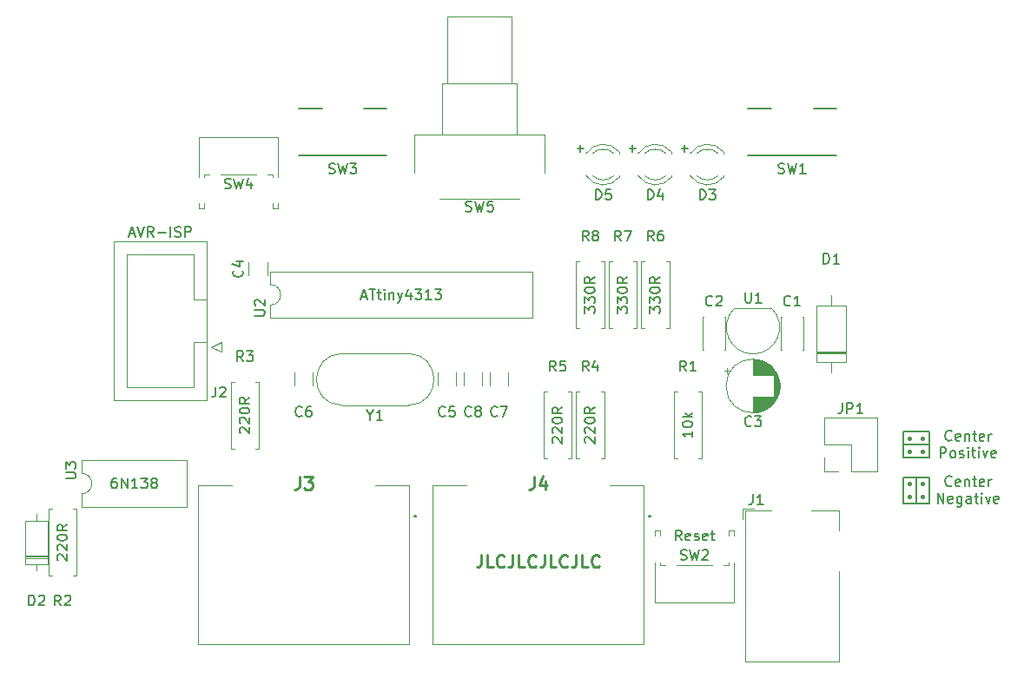
<source format=gbr>
%TF.GenerationSoftware,KiCad,Pcbnew,(5.1.9)-1*%
%TF.CreationDate,2021-04-04T20:09:26-07:00*%
%TF.ProjectId,miditwiddle,6d696469-7477-4696-9464-6c652e6b6963,rev?*%
%TF.SameCoordinates,PX9157080PY60e4b00*%
%TF.FileFunction,Legend,Top*%
%TF.FilePolarity,Positive*%
%FSLAX46Y46*%
G04 Gerber Fmt 4.6, Leading zero omitted, Abs format (unit mm)*
G04 Created by KiCad (PCBNEW (5.1.9)-1) date 2021-04-04 20:09:26*
%MOMM*%
%LPD*%
G01*
G04 APERTURE LIST*
%ADD10C,0.250000*%
%ADD11C,0.150000*%
%ADD12C,0.381000*%
%ADD13C,0.200000*%
%ADD14C,0.100000*%
%ADD15C,0.120000*%
%ADD16C,0.254000*%
G04 APERTURE END LIST*
D10*
X-3637858Y-17757857D02*
X-3637858Y-18615000D01*
X-3695000Y-18786428D01*
X-3809286Y-18900714D01*
X-3980715Y-18957857D01*
X-4095000Y-18957857D01*
X-2495000Y-18957857D02*
X-3066429Y-18957857D01*
X-3066429Y-17757857D01*
X-1409286Y-18843571D02*
X-1466429Y-18900714D01*
X-1637858Y-18957857D01*
X-1752143Y-18957857D01*
X-1923572Y-18900714D01*
X-2037858Y-18786428D01*
X-2095000Y-18672142D01*
X-2152143Y-18443571D01*
X-2152143Y-18272142D01*
X-2095000Y-18043571D01*
X-2037858Y-17929285D01*
X-1923572Y-17815000D01*
X-1752143Y-17757857D01*
X-1637858Y-17757857D01*
X-1466429Y-17815000D01*
X-1409286Y-17872142D01*
X-552143Y-17757857D02*
X-552143Y-18615000D01*
X-609286Y-18786428D01*
X-723572Y-18900714D01*
X-895000Y-18957857D01*
X-1009286Y-18957857D01*
X590714Y-18957857D02*
X19285Y-18957857D01*
X19285Y-17757857D01*
X1676428Y-18843571D02*
X1619285Y-18900714D01*
X1447857Y-18957857D01*
X1333571Y-18957857D01*
X1162142Y-18900714D01*
X1047857Y-18786428D01*
X990714Y-18672142D01*
X933571Y-18443571D01*
X933571Y-18272142D01*
X990714Y-18043571D01*
X1047857Y-17929285D01*
X1162142Y-17815000D01*
X1333571Y-17757857D01*
X1447857Y-17757857D01*
X1619285Y-17815000D01*
X1676428Y-17872142D01*
X2533571Y-17757857D02*
X2533571Y-18615000D01*
X2476428Y-18786428D01*
X2362142Y-18900714D01*
X2190714Y-18957857D01*
X2076428Y-18957857D01*
X3676428Y-18957857D02*
X3105000Y-18957857D01*
X3105000Y-17757857D01*
X4762142Y-18843571D02*
X4705000Y-18900714D01*
X4533571Y-18957857D01*
X4419285Y-18957857D01*
X4247857Y-18900714D01*
X4133571Y-18786428D01*
X4076428Y-18672142D01*
X4019285Y-18443571D01*
X4019285Y-18272142D01*
X4076428Y-18043571D01*
X4133571Y-17929285D01*
X4247857Y-17815000D01*
X4419285Y-17757857D01*
X4533571Y-17757857D01*
X4705000Y-17815000D01*
X4762142Y-17872142D01*
X5619285Y-17757857D02*
X5619285Y-18615000D01*
X5562142Y-18786428D01*
X5447857Y-18900714D01*
X5276428Y-18957857D01*
X5162142Y-18957857D01*
X6762142Y-18957857D02*
X6190714Y-18957857D01*
X6190714Y-17757857D01*
X7847857Y-18843571D02*
X7790714Y-18900714D01*
X7619285Y-18957857D01*
X7505000Y-18957857D01*
X7333571Y-18900714D01*
X7219285Y-18786428D01*
X7162142Y-18672142D01*
X7105000Y-18443571D01*
X7105000Y-18272142D01*
X7162142Y-18043571D01*
X7219285Y-17929285D01*
X7333571Y-17815000D01*
X7505000Y-17757857D01*
X7619285Y-17757857D01*
X7790714Y-17815000D01*
X7847857Y-17872142D01*
D11*
X16192500Y22225000D02*
X16192500Y21590000D01*
X16510000Y21907500D02*
X15875000Y21907500D01*
X11112500Y22225000D02*
X11112500Y21590000D01*
X11430000Y21907500D02*
X10795000Y21907500D01*
X6032500Y21590000D02*
X6032500Y22225000D01*
X5715000Y21907500D02*
X6350000Y21907500D01*
D12*
X38100000Y-10795000D02*
X38102540Y-10795000D01*
X38100000Y-12065000D02*
X38102540Y-12065000D01*
X39367460Y-12065000D02*
X39370000Y-12065000D01*
X39367460Y-10795000D02*
X39370000Y-10795000D01*
X38100000Y-7620000D02*
X38102540Y-7620000D01*
X39367460Y-7620000D02*
X39370000Y-7620000D01*
X39367460Y-6350000D02*
X39370000Y-6350000D01*
X38100000Y-6350000D02*
X38102540Y-6350000D01*
D11*
X42219761Y-10962142D02*
X42172142Y-11009761D01*
X42029285Y-11057380D01*
X41934047Y-11057380D01*
X41791190Y-11009761D01*
X41695952Y-10914523D01*
X41648333Y-10819285D01*
X41600714Y-10628809D01*
X41600714Y-10485952D01*
X41648333Y-10295476D01*
X41695952Y-10200238D01*
X41791190Y-10105000D01*
X41934047Y-10057380D01*
X42029285Y-10057380D01*
X42172142Y-10105000D01*
X42219761Y-10152619D01*
X43029285Y-11009761D02*
X42934047Y-11057380D01*
X42743571Y-11057380D01*
X42648333Y-11009761D01*
X42600714Y-10914523D01*
X42600714Y-10533571D01*
X42648333Y-10438333D01*
X42743571Y-10390714D01*
X42934047Y-10390714D01*
X43029285Y-10438333D01*
X43076904Y-10533571D01*
X43076904Y-10628809D01*
X42600714Y-10724047D01*
X43505476Y-10390714D02*
X43505476Y-11057380D01*
X43505476Y-10485952D02*
X43553095Y-10438333D01*
X43648333Y-10390714D01*
X43791190Y-10390714D01*
X43886428Y-10438333D01*
X43934047Y-10533571D01*
X43934047Y-11057380D01*
X44267380Y-10390714D02*
X44648333Y-10390714D01*
X44410238Y-10057380D02*
X44410238Y-10914523D01*
X44457857Y-11009761D01*
X44553095Y-11057380D01*
X44648333Y-11057380D01*
X45362619Y-11009761D02*
X45267380Y-11057380D01*
X45076904Y-11057380D01*
X44981666Y-11009761D01*
X44934047Y-10914523D01*
X44934047Y-10533571D01*
X44981666Y-10438333D01*
X45076904Y-10390714D01*
X45267380Y-10390714D01*
X45362619Y-10438333D01*
X45410238Y-10533571D01*
X45410238Y-10628809D01*
X44934047Y-10724047D01*
X45838809Y-11057380D02*
X45838809Y-10390714D01*
X45838809Y-10581190D02*
X45886428Y-10485952D01*
X45934047Y-10438333D01*
X46029285Y-10390714D01*
X46124523Y-10390714D01*
X40862619Y-12707380D02*
X40862619Y-11707380D01*
X41434047Y-12707380D01*
X41434047Y-11707380D01*
X42291190Y-12659761D02*
X42195952Y-12707380D01*
X42005476Y-12707380D01*
X41910238Y-12659761D01*
X41862619Y-12564523D01*
X41862619Y-12183571D01*
X41910238Y-12088333D01*
X42005476Y-12040714D01*
X42195952Y-12040714D01*
X42291190Y-12088333D01*
X42338809Y-12183571D01*
X42338809Y-12278809D01*
X41862619Y-12374047D01*
X43195952Y-12040714D02*
X43195952Y-12850238D01*
X43148333Y-12945476D01*
X43100714Y-12993095D01*
X43005476Y-13040714D01*
X42862619Y-13040714D01*
X42767380Y-12993095D01*
X43195952Y-12659761D02*
X43100714Y-12707380D01*
X42910238Y-12707380D01*
X42815000Y-12659761D01*
X42767380Y-12612142D01*
X42719761Y-12516904D01*
X42719761Y-12231190D01*
X42767380Y-12135952D01*
X42815000Y-12088333D01*
X42910238Y-12040714D01*
X43100714Y-12040714D01*
X43195952Y-12088333D01*
X44100714Y-12707380D02*
X44100714Y-12183571D01*
X44053095Y-12088333D01*
X43957857Y-12040714D01*
X43767380Y-12040714D01*
X43672142Y-12088333D01*
X44100714Y-12659761D02*
X44005476Y-12707380D01*
X43767380Y-12707380D01*
X43672142Y-12659761D01*
X43624523Y-12564523D01*
X43624523Y-12469285D01*
X43672142Y-12374047D01*
X43767380Y-12326428D01*
X44005476Y-12326428D01*
X44100714Y-12278809D01*
X44434047Y-12040714D02*
X44815000Y-12040714D01*
X44576904Y-11707380D02*
X44576904Y-12564523D01*
X44624523Y-12659761D01*
X44719761Y-12707380D01*
X44815000Y-12707380D01*
X45148333Y-12707380D02*
X45148333Y-12040714D01*
X45148333Y-11707380D02*
X45100714Y-11755000D01*
X45148333Y-11802619D01*
X45195952Y-11755000D01*
X45148333Y-11707380D01*
X45148333Y-11802619D01*
X45529285Y-12040714D02*
X45767380Y-12707380D01*
X46005476Y-12040714D01*
X46767380Y-12659761D02*
X46672142Y-12707380D01*
X46481666Y-12707380D01*
X46386428Y-12659761D01*
X46338809Y-12564523D01*
X46338809Y-12183571D01*
X46386428Y-12088333D01*
X46481666Y-12040714D01*
X46672142Y-12040714D01*
X46767380Y-12088333D01*
X46815000Y-12183571D01*
X46815000Y-12278809D01*
X46338809Y-12374047D01*
X38735000Y-10160000D02*
X38735000Y-12700000D01*
X37465000Y-12700000D02*
X37465000Y-10160000D01*
X40005000Y-12700000D02*
X37465000Y-12700000D01*
X40005000Y-10160000D02*
X40005000Y-12700000D01*
X37465000Y-10160000D02*
X40005000Y-10160000D01*
X42219761Y-6517142D02*
X42172142Y-6564761D01*
X42029285Y-6612380D01*
X41934047Y-6612380D01*
X41791190Y-6564761D01*
X41695952Y-6469523D01*
X41648333Y-6374285D01*
X41600714Y-6183809D01*
X41600714Y-6040952D01*
X41648333Y-5850476D01*
X41695952Y-5755238D01*
X41791190Y-5660000D01*
X41934047Y-5612380D01*
X42029285Y-5612380D01*
X42172142Y-5660000D01*
X42219761Y-5707619D01*
X43029285Y-6564761D02*
X42934047Y-6612380D01*
X42743571Y-6612380D01*
X42648333Y-6564761D01*
X42600714Y-6469523D01*
X42600714Y-6088571D01*
X42648333Y-5993333D01*
X42743571Y-5945714D01*
X42934047Y-5945714D01*
X43029285Y-5993333D01*
X43076904Y-6088571D01*
X43076904Y-6183809D01*
X42600714Y-6279047D01*
X43505476Y-5945714D02*
X43505476Y-6612380D01*
X43505476Y-6040952D02*
X43553095Y-5993333D01*
X43648333Y-5945714D01*
X43791190Y-5945714D01*
X43886428Y-5993333D01*
X43934047Y-6088571D01*
X43934047Y-6612380D01*
X44267380Y-5945714D02*
X44648333Y-5945714D01*
X44410238Y-5612380D02*
X44410238Y-6469523D01*
X44457857Y-6564761D01*
X44553095Y-6612380D01*
X44648333Y-6612380D01*
X45362619Y-6564761D02*
X45267380Y-6612380D01*
X45076904Y-6612380D01*
X44981666Y-6564761D01*
X44934047Y-6469523D01*
X44934047Y-6088571D01*
X44981666Y-5993333D01*
X45076904Y-5945714D01*
X45267380Y-5945714D01*
X45362619Y-5993333D01*
X45410238Y-6088571D01*
X45410238Y-6183809D01*
X44934047Y-6279047D01*
X45838809Y-6612380D02*
X45838809Y-5945714D01*
X45838809Y-6136190D02*
X45886428Y-6040952D01*
X45934047Y-5993333D01*
X46029285Y-5945714D01*
X46124523Y-5945714D01*
X41124523Y-8262380D02*
X41124523Y-7262380D01*
X41505476Y-7262380D01*
X41600714Y-7310000D01*
X41648333Y-7357619D01*
X41695952Y-7452857D01*
X41695952Y-7595714D01*
X41648333Y-7690952D01*
X41600714Y-7738571D01*
X41505476Y-7786190D01*
X41124523Y-7786190D01*
X42267380Y-8262380D02*
X42172142Y-8214761D01*
X42124523Y-8167142D01*
X42076904Y-8071904D01*
X42076904Y-7786190D01*
X42124523Y-7690952D01*
X42172142Y-7643333D01*
X42267380Y-7595714D01*
X42410238Y-7595714D01*
X42505476Y-7643333D01*
X42553095Y-7690952D01*
X42600714Y-7786190D01*
X42600714Y-8071904D01*
X42553095Y-8167142D01*
X42505476Y-8214761D01*
X42410238Y-8262380D01*
X42267380Y-8262380D01*
X42981666Y-8214761D02*
X43076904Y-8262380D01*
X43267380Y-8262380D01*
X43362619Y-8214761D01*
X43410238Y-8119523D01*
X43410238Y-8071904D01*
X43362619Y-7976666D01*
X43267380Y-7929047D01*
X43124523Y-7929047D01*
X43029285Y-7881428D01*
X42981666Y-7786190D01*
X42981666Y-7738571D01*
X43029285Y-7643333D01*
X43124523Y-7595714D01*
X43267380Y-7595714D01*
X43362619Y-7643333D01*
X43838809Y-8262380D02*
X43838809Y-7595714D01*
X43838809Y-7262380D02*
X43791190Y-7310000D01*
X43838809Y-7357619D01*
X43886428Y-7310000D01*
X43838809Y-7262380D01*
X43838809Y-7357619D01*
X44172142Y-7595714D02*
X44553095Y-7595714D01*
X44315000Y-7262380D02*
X44315000Y-8119523D01*
X44362619Y-8214761D01*
X44457857Y-8262380D01*
X44553095Y-8262380D01*
X44886428Y-8262380D02*
X44886428Y-7595714D01*
X44886428Y-7262380D02*
X44838809Y-7310000D01*
X44886428Y-7357619D01*
X44934047Y-7310000D01*
X44886428Y-7262380D01*
X44886428Y-7357619D01*
X45267380Y-7595714D02*
X45505476Y-8262380D01*
X45743571Y-7595714D01*
X46505476Y-8214761D02*
X46410238Y-8262380D01*
X46219761Y-8262380D01*
X46124523Y-8214761D01*
X46076904Y-8119523D01*
X46076904Y-7738571D01*
X46124523Y-7643333D01*
X46219761Y-7595714D01*
X46410238Y-7595714D01*
X46505476Y-7643333D01*
X46553095Y-7738571D01*
X46553095Y-7833809D01*
X46076904Y-7929047D01*
X37465000Y-6985000D02*
X40005000Y-6985000D01*
X37465000Y-8255000D02*
X37465000Y-5715000D01*
X40005000Y-8255000D02*
X37465000Y-8255000D01*
X40005000Y-5715000D02*
X40005000Y-8255000D01*
X37465000Y-5715000D02*
X40005000Y-5715000D01*
D13*
%TO.C,J4*%
X12705000Y-13970000D02*
G75*
G02*
X12905000Y-13970000I100000J0D01*
G01*
X12905000Y-13970000D02*
G75*
G02*
X12705000Y-13970000I-100000J0D01*
G01*
D14*
X-5095000Y-10970000D02*
X-8345000Y-10970000D01*
X-8345000Y-10970000D02*
X-8345000Y-26470000D01*
X-8345000Y-26470000D02*
X12155000Y-26470000D01*
X12155000Y-26470000D02*
X12155000Y-10970000D01*
X12155000Y-10970000D02*
X8905000Y-10970000D01*
D13*
X12705000Y-13970000D02*
X12705000Y-13970000D01*
X12905000Y-13970000D02*
X12905000Y-13970000D01*
%TO.C,J3*%
X-10155000Y-13970000D02*
G75*
G02*
X-9955000Y-13970000I100000J0D01*
G01*
X-9955000Y-13970000D02*
G75*
G02*
X-10155000Y-13970000I-100000J0D01*
G01*
D14*
X-27955000Y-10970000D02*
X-31205000Y-10970000D01*
X-31205000Y-10970000D02*
X-31205000Y-26470000D01*
X-31205000Y-26470000D02*
X-10705000Y-26470000D01*
X-10705000Y-26470000D02*
X-10705000Y-10970000D01*
X-10705000Y-10970000D02*
X-13955000Y-10970000D01*
D13*
X-10155000Y-13970000D02*
X-10155000Y-13970000D01*
X-9955000Y-13970000D02*
X-9955000Y-13970000D01*
D15*
%TO.C,SW5*%
X-10180000Y19537500D02*
X-10180000Y23257500D01*
X2560000Y19537500D02*
X2560000Y23257500D01*
X-7710000Y17017500D02*
X90000Y17017500D01*
X-10180000Y23257500D02*
X2560000Y23257500D01*
X-7430000Y23257500D02*
X-7430000Y28257500D01*
X-190000Y23257500D02*
X-190000Y28257500D01*
X-7330000Y23257500D02*
X-290000Y23257500D01*
X-7430000Y28257500D02*
X-190000Y28257500D01*
X-6930000Y28257500D02*
X-6930000Y34757500D01*
X-690000Y28257500D02*
X-690000Y34757500D01*
X-6930000Y28257500D02*
X-690000Y28257500D01*
X-6930000Y34757500D02*
X-690000Y34757500D01*
%TO.C,C8*%
X-3525000Y14000D02*
X-3525000Y-1244000D01*
X-5365000Y14000D02*
X-5365000Y-1244000D01*
%TO.C,C7*%
X-985000Y14000D02*
X-985000Y-1244000D01*
X-2825000Y14000D02*
X-2825000Y-1244000D01*
%TO.C,C3*%
X25470000Y-1270000D02*
G75*
G03*
X25470000Y-1270000I-2620000J0D01*
G01*
X22850000Y-2310000D02*
X22850000Y-3850000D01*
X22850000Y1310000D02*
X22850000Y-230000D01*
X22890000Y-2310000D02*
X22890000Y-3850000D01*
X22890000Y1310000D02*
X22890000Y-230000D01*
X22930000Y1309000D02*
X22930000Y-230000D01*
X22930000Y-2310000D02*
X22930000Y-3849000D01*
X22970000Y1308000D02*
X22970000Y-230000D01*
X22970000Y-2310000D02*
X22970000Y-3848000D01*
X23010000Y1306000D02*
X23010000Y-230000D01*
X23010000Y-2310000D02*
X23010000Y-3846000D01*
X23050000Y1303000D02*
X23050000Y-230000D01*
X23050000Y-2310000D02*
X23050000Y-3843000D01*
X23090000Y1299000D02*
X23090000Y-230000D01*
X23090000Y-2310000D02*
X23090000Y-3839000D01*
X23130000Y1295000D02*
X23130000Y-230000D01*
X23130000Y-2310000D02*
X23130000Y-3835000D01*
X23170000Y1291000D02*
X23170000Y-230000D01*
X23170000Y-2310000D02*
X23170000Y-3831000D01*
X23210000Y1286000D02*
X23210000Y-230000D01*
X23210000Y-2310000D02*
X23210000Y-3826000D01*
X23250000Y1280000D02*
X23250000Y-230000D01*
X23250000Y-2310000D02*
X23250000Y-3820000D01*
X23290000Y1273000D02*
X23290000Y-230000D01*
X23290000Y-2310000D02*
X23290000Y-3813000D01*
X23330000Y1266000D02*
X23330000Y-230000D01*
X23330000Y-2310000D02*
X23330000Y-3806000D01*
X23370000Y1258000D02*
X23370000Y-230000D01*
X23370000Y-2310000D02*
X23370000Y-3798000D01*
X23410000Y1250000D02*
X23410000Y-230000D01*
X23410000Y-2310000D02*
X23410000Y-3790000D01*
X23450000Y1241000D02*
X23450000Y-230000D01*
X23450000Y-2310000D02*
X23450000Y-3781000D01*
X23490000Y1231000D02*
X23490000Y-230000D01*
X23490000Y-2310000D02*
X23490000Y-3771000D01*
X23530000Y1221000D02*
X23530000Y-230000D01*
X23530000Y-2310000D02*
X23530000Y-3761000D01*
X23571000Y1210000D02*
X23571000Y-230000D01*
X23571000Y-2310000D02*
X23571000Y-3750000D01*
X23611000Y1198000D02*
X23611000Y-230000D01*
X23611000Y-2310000D02*
X23611000Y-3738000D01*
X23651000Y1185000D02*
X23651000Y-230000D01*
X23651000Y-2310000D02*
X23651000Y-3725000D01*
X23691000Y1172000D02*
X23691000Y-230000D01*
X23691000Y-2310000D02*
X23691000Y-3712000D01*
X23731000Y1158000D02*
X23731000Y-230000D01*
X23731000Y-2310000D02*
X23731000Y-3698000D01*
X23771000Y1144000D02*
X23771000Y-230000D01*
X23771000Y-2310000D02*
X23771000Y-3684000D01*
X23811000Y1128000D02*
X23811000Y-230000D01*
X23811000Y-2310000D02*
X23811000Y-3668000D01*
X23851000Y1112000D02*
X23851000Y-230000D01*
X23851000Y-2310000D02*
X23851000Y-3652000D01*
X23891000Y1095000D02*
X23891000Y-230000D01*
X23891000Y-2310000D02*
X23891000Y-3635000D01*
X23931000Y1078000D02*
X23931000Y-230000D01*
X23931000Y-2310000D02*
X23931000Y-3618000D01*
X23971000Y1059000D02*
X23971000Y-230000D01*
X23971000Y-2310000D02*
X23971000Y-3599000D01*
X24011000Y1040000D02*
X24011000Y-230000D01*
X24011000Y-2310000D02*
X24011000Y-3580000D01*
X24051000Y1020000D02*
X24051000Y-230000D01*
X24051000Y-2310000D02*
X24051000Y-3560000D01*
X24091000Y998000D02*
X24091000Y-230000D01*
X24091000Y-2310000D02*
X24091000Y-3538000D01*
X24131000Y977000D02*
X24131000Y-230000D01*
X24131000Y-2310000D02*
X24131000Y-3517000D01*
X24171000Y954000D02*
X24171000Y-230000D01*
X24171000Y-2310000D02*
X24171000Y-3494000D01*
X24211000Y930000D02*
X24211000Y-230000D01*
X24211000Y-2310000D02*
X24211000Y-3470000D01*
X24251000Y905000D02*
X24251000Y-230000D01*
X24251000Y-2310000D02*
X24251000Y-3445000D01*
X24291000Y879000D02*
X24291000Y-230000D01*
X24291000Y-2310000D02*
X24291000Y-3419000D01*
X24331000Y852000D02*
X24331000Y-230000D01*
X24331000Y-2310000D02*
X24331000Y-3392000D01*
X24371000Y825000D02*
X24371000Y-230000D01*
X24371000Y-2310000D02*
X24371000Y-3365000D01*
X24411000Y795000D02*
X24411000Y-230000D01*
X24411000Y-2310000D02*
X24411000Y-3335000D01*
X24451000Y765000D02*
X24451000Y-230000D01*
X24451000Y-2310000D02*
X24451000Y-3305000D01*
X24491000Y734000D02*
X24491000Y-230000D01*
X24491000Y-2310000D02*
X24491000Y-3274000D01*
X24531000Y701000D02*
X24531000Y-230000D01*
X24531000Y-2310000D02*
X24531000Y-3241000D01*
X24571000Y667000D02*
X24571000Y-230000D01*
X24571000Y-2310000D02*
X24571000Y-3207000D01*
X24611000Y631000D02*
X24611000Y-230000D01*
X24611000Y-2310000D02*
X24611000Y-3171000D01*
X24651000Y594000D02*
X24651000Y-230000D01*
X24651000Y-2310000D02*
X24651000Y-3134000D01*
X24691000Y556000D02*
X24691000Y-230000D01*
X24691000Y-2310000D02*
X24691000Y-3096000D01*
X24731000Y515000D02*
X24731000Y-230000D01*
X24731000Y-2310000D02*
X24731000Y-3055000D01*
X24771000Y473000D02*
X24771000Y-230000D01*
X24771000Y-2310000D02*
X24771000Y-3013000D01*
X24811000Y429000D02*
X24811000Y-230000D01*
X24811000Y-2310000D02*
X24811000Y-2969000D01*
X24851000Y383000D02*
X24851000Y-230000D01*
X24851000Y-2310000D02*
X24851000Y-2923000D01*
X24891000Y335000D02*
X24891000Y-2875000D01*
X24931000Y284000D02*
X24931000Y-2824000D01*
X24971000Y230000D02*
X24971000Y-2770000D01*
X25011000Y173000D02*
X25011000Y-2713000D01*
X25051000Y113000D02*
X25051000Y-2653000D01*
X25091000Y49000D02*
X25091000Y-2589000D01*
X25131000Y-19000D02*
X25131000Y-2521000D01*
X25171000Y-92000D02*
X25171000Y-2448000D01*
X25211000Y-172000D02*
X25211000Y-2368000D01*
X25251000Y-259000D02*
X25251000Y-2281000D01*
X25291000Y-355000D02*
X25291000Y-2185000D01*
X25331000Y-465000D02*
X25331000Y-2075000D01*
X25371000Y-593000D02*
X25371000Y-1947000D01*
X25411000Y-752000D02*
X25411000Y-1788000D01*
X25451000Y-986000D02*
X25451000Y-1554000D01*
X20045225Y205000D02*
X20545225Y205000D01*
X20295225Y455000D02*
X20295225Y-45000D01*
%TO.C,D1*%
X29010000Y1090000D02*
X31950000Y1090000D01*
X31950000Y1090000D02*
X31950000Y6530000D01*
X31950000Y6530000D02*
X29010000Y6530000D01*
X29010000Y6530000D02*
X29010000Y1090000D01*
X30480000Y70000D02*
X30480000Y1090000D01*
X30480000Y7550000D02*
X30480000Y6530000D01*
X29010000Y1990000D02*
X31950000Y1990000D01*
X29010000Y2110000D02*
X31950000Y2110000D01*
X29010000Y1870000D02*
X31950000Y1870000D01*
%TO.C,R6*%
X12295000Y4350000D02*
X11965000Y4350000D01*
X11965000Y4350000D02*
X11965000Y10890000D01*
X11965000Y10890000D02*
X12295000Y10890000D01*
X14375000Y4350000D02*
X14705000Y4350000D01*
X14705000Y4350000D02*
X14705000Y10890000D01*
X14705000Y10890000D02*
X14375000Y10890000D01*
D11*
%TO.C,SW1*%
X30970000Y21195000D02*
X22370000Y21195000D01*
X30970000Y25795000D02*
X28770000Y25795000D01*
X24670000Y25795000D02*
X22370000Y25795000D01*
%TO.C,SW3*%
X-19145000Y25795000D02*
X-21445000Y25795000D01*
X-12845000Y25795000D02*
X-15045000Y25795000D01*
X-12845000Y21195000D02*
X-21445000Y21195000D01*
D15*
%TO.C,SW2*%
X18845000Y-18715000D02*
X15445000Y-18715000D01*
X20485000Y-18715000D02*
X19945000Y-18715000D01*
X13285000Y-15885000D02*
X13285000Y-15375000D01*
X13805000Y-15375000D02*
X13285000Y-15375000D01*
X13805000Y-15885000D02*
X13805000Y-15375000D01*
X14345000Y-18715000D02*
X13805000Y-18715000D01*
X21005000Y-15885000D02*
X21005000Y-15375000D01*
X20485000Y-15885000D02*
X20485000Y-15375000D01*
X13805000Y-18715000D02*
X13805000Y-18485000D01*
X21005000Y-22385000D02*
X21005000Y-18485000D01*
X21005000Y-15375000D02*
X20485000Y-15375000D01*
X13285000Y-22385000D02*
X13285000Y-18485000D01*
X21005000Y-22385000D02*
X13285000Y-22385000D01*
X20485000Y-18715000D02*
X20485000Y-18485000D01*
%TO.C,JP1*%
X34985000Y-9585000D02*
X34985000Y-4385000D01*
X32385000Y-9585000D02*
X34985000Y-9585000D01*
X29785000Y-4385000D02*
X34985000Y-4385000D01*
X32385000Y-9585000D02*
X32385000Y-6985000D01*
X32385000Y-6985000D02*
X29785000Y-6985000D01*
X29785000Y-6985000D02*
X29785000Y-4385000D01*
X31115000Y-9585000D02*
X29785000Y-9585000D01*
X29785000Y-9585000D02*
X29785000Y-8255000D01*
%TO.C,Y1*%
X-17170000Y1890000D02*
X-10770000Y1890000D01*
X-17170000Y-3160000D02*
X-10770000Y-3160000D01*
X-10770000Y-3160000D02*
G75*
G03*
X-10770000Y1890000I0J2525000D01*
G01*
X-17170000Y-3160000D02*
G75*
G02*
X-17170000Y1890000I0J2525000D01*
G01*
%TO.C,SW4*%
X-30645000Y19350000D02*
X-30645000Y19120000D01*
X-31165000Y23020000D02*
X-23445000Y23020000D01*
X-23445000Y23020000D02*
X-23445000Y19120000D01*
X-31165000Y16010000D02*
X-30645000Y16010000D01*
X-31165000Y23020000D02*
X-31165000Y19120000D01*
X-23965000Y19350000D02*
X-23965000Y19120000D01*
X-30645000Y16520000D02*
X-30645000Y16010000D01*
X-31165000Y16520000D02*
X-31165000Y16010000D01*
X-24505000Y19350000D02*
X-23965000Y19350000D01*
X-23965000Y16520000D02*
X-23965000Y16010000D01*
X-23965000Y16010000D02*
X-23445000Y16010000D01*
X-23445000Y16520000D02*
X-23445000Y16010000D01*
X-30645000Y19350000D02*
X-30105000Y19350000D01*
X-29005000Y19350000D02*
X-25605000Y19350000D01*
%TO.C,D3*%
X19975000Y19084000D02*
X19975000Y19240000D01*
X19975000Y21400000D02*
X19975000Y21556000D01*
X17373870Y21399837D02*
G75*
G02*
X19455961Y21400000I1041130J-1079837D01*
G01*
X17373870Y19240163D02*
G75*
G03*
X19455961Y19240000I1041130J1079837D01*
G01*
X16742665Y21398608D02*
G75*
G02*
X19975000Y21555516I1672335J-1078608D01*
G01*
X16742665Y19241392D02*
G75*
G03*
X19975000Y19084484I1672335J1078608D01*
G01*
%TO.C,U3*%
X-42605000Y-11795000D02*
X-42605000Y-13045000D01*
X-42605000Y-13045000D02*
X-32325000Y-13045000D01*
X-32325000Y-13045000D02*
X-32325000Y-8545000D01*
X-32325000Y-8545000D02*
X-42605000Y-8545000D01*
X-42605000Y-8545000D02*
X-42605000Y-9795000D01*
X-42605000Y-9795000D02*
G75*
G02*
X-42605000Y-11795000I0J-1000000D01*
G01*
%TO.C,U2*%
X-24190000Y9870000D02*
X-24190000Y8620000D01*
X1330000Y9870000D02*
X-24190000Y9870000D01*
X1330000Y5370000D02*
X1330000Y9870000D01*
X-24190000Y5370000D02*
X1330000Y5370000D01*
X-24190000Y6620000D02*
X-24190000Y5370000D01*
X-24190000Y8620000D02*
G75*
G02*
X-24190000Y6620000I0J-1000000D01*
G01*
%TO.C,U1*%
X24660000Y6295000D02*
X21060000Y6295000D01*
X21021522Y6283478D02*
G75*
G03*
X22860000Y1845000I1838478J-1838478D01*
G01*
X24698478Y6283478D02*
G75*
G02*
X22860000Y1845000I-1838478J-1838478D01*
G01*
%TO.C,R8*%
X5945000Y4350000D02*
X5615000Y4350000D01*
X5615000Y4350000D02*
X5615000Y10890000D01*
X5615000Y10890000D02*
X5945000Y10890000D01*
X8025000Y4350000D02*
X8355000Y4350000D01*
X8355000Y4350000D02*
X8355000Y10890000D01*
X8355000Y10890000D02*
X8025000Y10890000D01*
%TO.C,R7*%
X9120000Y4350000D02*
X8790000Y4350000D01*
X8790000Y4350000D02*
X8790000Y10890000D01*
X8790000Y10890000D02*
X9120000Y10890000D01*
X11200000Y4350000D02*
X11530000Y4350000D01*
X11530000Y4350000D02*
X11530000Y10890000D01*
X11530000Y10890000D02*
X11200000Y10890000D01*
%TO.C,R5*%
X2770000Y-8350000D02*
X2440000Y-8350000D01*
X2440000Y-8350000D02*
X2440000Y-1810000D01*
X2440000Y-1810000D02*
X2770000Y-1810000D01*
X4850000Y-8350000D02*
X5180000Y-8350000D01*
X5180000Y-8350000D02*
X5180000Y-1810000D01*
X5180000Y-1810000D02*
X4850000Y-1810000D01*
%TO.C,R4*%
X5945000Y-8350000D02*
X5615000Y-8350000D01*
X5615000Y-8350000D02*
X5615000Y-1810000D01*
X5615000Y-1810000D02*
X5945000Y-1810000D01*
X8025000Y-8350000D02*
X8355000Y-8350000D01*
X8355000Y-8350000D02*
X8355000Y-1810000D01*
X8355000Y-1810000D02*
X8025000Y-1810000D01*
%TO.C,R3*%
X-28040000Y-7397500D02*
X-27710000Y-7397500D01*
X-28040000Y-857500D02*
X-28040000Y-7397500D01*
X-27710000Y-857500D02*
X-28040000Y-857500D01*
X-25300000Y-7397500D02*
X-25630000Y-7397500D01*
X-25300000Y-857500D02*
X-25300000Y-7397500D01*
X-25630000Y-857500D02*
X-25300000Y-857500D01*
%TO.C,R2*%
X-43080000Y-13240000D02*
X-43410000Y-13240000D01*
X-43080000Y-19780000D02*
X-43080000Y-13240000D01*
X-43410000Y-19780000D02*
X-43080000Y-19780000D01*
X-45820000Y-13240000D02*
X-45490000Y-13240000D01*
X-45820000Y-19780000D02*
X-45820000Y-13240000D01*
X-45490000Y-19780000D02*
X-45820000Y-19780000D01*
%TO.C,R1*%
X17550000Y-1810000D02*
X17880000Y-1810000D01*
X17880000Y-1810000D02*
X17880000Y-8350000D01*
X17880000Y-8350000D02*
X17550000Y-8350000D01*
X15470000Y-1810000D02*
X15140000Y-1810000D01*
X15140000Y-1810000D02*
X15140000Y-8350000D01*
X15140000Y-8350000D02*
X15470000Y-8350000D01*
%TO.C,J2*%
X-30365000Y-2670000D02*
X-39485000Y-2670000D01*
X-39485000Y-2670000D02*
X-39485000Y12830000D01*
X-39485000Y12830000D02*
X-30365000Y12830000D01*
X-30365000Y12830000D02*
X-30365000Y-2670000D01*
X-30365000Y3030000D02*
X-31675000Y3030000D01*
X-31675000Y3030000D02*
X-31675000Y-1370000D01*
X-31675000Y-1370000D02*
X-38175000Y-1370000D01*
X-38175000Y-1370000D02*
X-38175000Y11530000D01*
X-38175000Y11530000D02*
X-31675000Y11530000D01*
X-31675000Y11530000D02*
X-31675000Y7130000D01*
X-31675000Y7130000D02*
X-31675000Y7130000D01*
X-31675000Y7130000D02*
X-30365000Y7130000D01*
X-29975000Y2540000D02*
X-28975000Y2040000D01*
X-28975000Y2040000D02*
X-28975000Y3040000D01*
X-28975000Y3040000D02*
X-29975000Y2540000D01*
%TO.C,J1*%
X22920000Y-13220000D02*
X21870000Y-13220000D01*
X21870000Y-14270000D02*
X21870000Y-13220000D01*
X31270000Y-19320000D02*
X31270000Y-28120000D01*
X31270000Y-28120000D02*
X22070000Y-28120000D01*
X28570000Y-13420000D02*
X31270000Y-13420000D01*
X31270000Y-13420000D02*
X31270000Y-15320000D01*
X22070000Y-28120000D02*
X22070000Y-13420000D01*
X22070000Y-13420000D02*
X24670000Y-13420000D01*
%TO.C,D5*%
X9815000Y19084000D02*
X9815000Y19240000D01*
X9815000Y21400000D02*
X9815000Y21556000D01*
X7213870Y21399837D02*
G75*
G02*
X9295961Y21400000I1041130J-1079837D01*
G01*
X7213870Y19240163D02*
G75*
G03*
X9295961Y19240000I1041130J1079837D01*
G01*
X6582665Y21398608D02*
G75*
G02*
X9815000Y21555516I1672335J-1078608D01*
G01*
X6582665Y19241392D02*
G75*
G03*
X9815000Y19084484I1672335J1078608D01*
G01*
%TO.C,D4*%
X14895000Y19084000D02*
X14895000Y19240000D01*
X14895000Y21400000D02*
X14895000Y21556000D01*
X12293870Y21399837D02*
G75*
G02*
X14375961Y21400000I1041130J-1079837D01*
G01*
X12293870Y19240163D02*
G75*
G03*
X14375961Y19240000I1041130J1079837D01*
G01*
X11662665Y21398608D02*
G75*
G02*
X14895000Y21555516I1672335J-1078608D01*
G01*
X11662665Y19241392D02*
G75*
G03*
X14895000Y19084484I1672335J1078608D01*
G01*
%TO.C,D2*%
X-48110000Y-18030000D02*
X-45870000Y-18030000D01*
X-48110000Y-17790000D02*
X-45870000Y-17790000D01*
X-48110000Y-17910000D02*
X-45870000Y-17910000D01*
X-46990000Y-13740000D02*
X-46990000Y-14390000D01*
X-46990000Y-19280000D02*
X-46990000Y-18630000D01*
X-48110000Y-14390000D02*
X-48110000Y-18630000D01*
X-45870000Y-14390000D02*
X-48110000Y-14390000D01*
X-45870000Y-18630000D02*
X-45870000Y-14390000D01*
X-48110000Y-18630000D02*
X-45870000Y-18630000D01*
%TO.C,C6*%
X-20035000Y-1244000D02*
X-20035000Y14000D01*
X-21875000Y-1244000D02*
X-21875000Y14000D01*
%TO.C,C5*%
X-7905000Y-1244000D02*
X-7905000Y14000D01*
X-6065000Y-1244000D02*
X-6065000Y14000D01*
%TO.C,C4*%
X-24480000Y10809000D02*
X-24480000Y9551000D01*
X-26320000Y10809000D02*
X-26320000Y9551000D01*
%TO.C,C2*%
X20170000Y5450000D02*
X20170000Y2210000D01*
X17930000Y5450000D02*
X17930000Y2210000D01*
X20170000Y5450000D02*
X20105000Y5450000D01*
X17995000Y5450000D02*
X17930000Y5450000D01*
X20170000Y2210000D02*
X20105000Y2210000D01*
X17995000Y2210000D02*
X17930000Y2210000D01*
%TO.C,C1*%
X25550000Y2210000D02*
X25550000Y5450000D01*
X27790000Y2210000D02*
X27790000Y5450000D01*
X25550000Y2210000D02*
X25615000Y2210000D01*
X27725000Y2210000D02*
X27790000Y2210000D01*
X25550000Y5450000D02*
X25615000Y5450000D01*
X27725000Y5450000D02*
X27790000Y5450000D01*
%TD*%
%TO.C,J4*%
D16*
X1481666Y-10099523D02*
X1481666Y-11006666D01*
X1421190Y-11188095D01*
X1300238Y-11309047D01*
X1118809Y-11369523D01*
X997857Y-11369523D01*
X2630714Y-10522857D02*
X2630714Y-11369523D01*
X2328333Y-10039047D02*
X2025952Y-10946190D01*
X2812142Y-10946190D01*
%TO.C,J3*%
X-21378334Y-10099523D02*
X-21378334Y-11006666D01*
X-21438810Y-11188095D01*
X-21559762Y-11309047D01*
X-21741191Y-11369523D01*
X-21862143Y-11369523D01*
X-20894524Y-10099523D02*
X-20108334Y-10099523D01*
X-20531667Y-10583333D01*
X-20350239Y-10583333D01*
X-20229286Y-10643809D01*
X-20168810Y-10704285D01*
X-20108334Y-10825238D01*
X-20108334Y-11127619D01*
X-20168810Y-11248571D01*
X-20229286Y-11309047D01*
X-20350239Y-11369523D01*
X-20713096Y-11369523D01*
X-20834048Y-11309047D01*
X-20894524Y-11248571D01*
%TO.C,SW5*%
D11*
X-5143334Y15787739D02*
X-5000477Y15740120D01*
X-4762381Y15740120D01*
X-4667143Y15787739D01*
X-4619524Y15835358D01*
X-4571905Y15930596D01*
X-4571905Y16025834D01*
X-4619524Y16121072D01*
X-4667143Y16168691D01*
X-4762381Y16216310D01*
X-4952858Y16263929D01*
X-5048096Y16311548D01*
X-5095715Y16359167D01*
X-5143334Y16454405D01*
X-5143334Y16549643D01*
X-5095715Y16644881D01*
X-5048096Y16692500D01*
X-4952858Y16740120D01*
X-4714762Y16740120D01*
X-4571905Y16692500D01*
X-4238572Y16740120D02*
X-4000477Y15740120D01*
X-3810000Y16454405D01*
X-3619524Y15740120D01*
X-3381429Y16740120D01*
X-2524286Y16740120D02*
X-3000477Y16740120D01*
X-3048096Y16263929D01*
X-3000477Y16311548D01*
X-2905239Y16359167D01*
X-2667143Y16359167D01*
X-2571905Y16311548D01*
X-2524286Y16263929D01*
X-2476667Y16168691D01*
X-2476667Y15930596D01*
X-2524286Y15835358D01*
X-2571905Y15787739D01*
X-2667143Y15740120D01*
X-2905239Y15740120D01*
X-3000477Y15787739D01*
X-3048096Y15835358D01*
%TO.C,C8*%
X-4611667Y-4167142D02*
X-4659286Y-4214761D01*
X-4802143Y-4262380D01*
X-4897381Y-4262380D01*
X-5040239Y-4214761D01*
X-5135477Y-4119523D01*
X-5183096Y-4024285D01*
X-5230715Y-3833809D01*
X-5230715Y-3690952D01*
X-5183096Y-3500476D01*
X-5135477Y-3405238D01*
X-5040239Y-3310000D01*
X-4897381Y-3262380D01*
X-4802143Y-3262380D01*
X-4659286Y-3310000D01*
X-4611667Y-3357619D01*
X-4040239Y-3690952D02*
X-4135477Y-3643333D01*
X-4183096Y-3595714D01*
X-4230715Y-3500476D01*
X-4230715Y-3452857D01*
X-4183096Y-3357619D01*
X-4135477Y-3310000D01*
X-4040239Y-3262380D01*
X-3849762Y-3262380D01*
X-3754524Y-3310000D01*
X-3706905Y-3357619D01*
X-3659286Y-3452857D01*
X-3659286Y-3500476D01*
X-3706905Y-3595714D01*
X-3754524Y-3643333D01*
X-3849762Y-3690952D01*
X-4040239Y-3690952D01*
X-4135477Y-3738571D01*
X-4183096Y-3786190D01*
X-4230715Y-3881428D01*
X-4230715Y-4071904D01*
X-4183096Y-4167142D01*
X-4135477Y-4214761D01*
X-4040239Y-4262380D01*
X-3849762Y-4262380D01*
X-3754524Y-4214761D01*
X-3706905Y-4167142D01*
X-3659286Y-4071904D01*
X-3659286Y-3881428D01*
X-3706905Y-3786190D01*
X-3754524Y-3738571D01*
X-3849762Y-3690952D01*
%TO.C,C7*%
X-2071667Y-4167142D02*
X-2119286Y-4214761D01*
X-2262143Y-4262380D01*
X-2357381Y-4262380D01*
X-2500239Y-4214761D01*
X-2595477Y-4119523D01*
X-2643096Y-4024285D01*
X-2690715Y-3833809D01*
X-2690715Y-3690952D01*
X-2643096Y-3500476D01*
X-2595477Y-3405238D01*
X-2500239Y-3310000D01*
X-2357381Y-3262380D01*
X-2262143Y-3262380D01*
X-2119286Y-3310000D01*
X-2071667Y-3357619D01*
X-1738334Y-3262380D02*
X-1071667Y-3262380D01*
X-1500239Y-4262380D01*
%TO.C,C3*%
X22693333Y-5119642D02*
X22645714Y-5167261D01*
X22502857Y-5214880D01*
X22407619Y-5214880D01*
X22264761Y-5167261D01*
X22169523Y-5072023D01*
X22121904Y-4976785D01*
X22074285Y-4786309D01*
X22074285Y-4643452D01*
X22121904Y-4452976D01*
X22169523Y-4357738D01*
X22264761Y-4262500D01*
X22407619Y-4214880D01*
X22502857Y-4214880D01*
X22645714Y-4262500D01*
X22693333Y-4310119D01*
X23026666Y-4214880D02*
X23645714Y-4214880D01*
X23312380Y-4595833D01*
X23455238Y-4595833D01*
X23550476Y-4643452D01*
X23598095Y-4691071D01*
X23645714Y-4786309D01*
X23645714Y-5024404D01*
X23598095Y-5119642D01*
X23550476Y-5167261D01*
X23455238Y-5214880D01*
X23169523Y-5214880D01*
X23074285Y-5167261D01*
X23026666Y-5119642D01*
%TO.C,D1*%
X29741904Y10660120D02*
X29741904Y11660120D01*
X29980000Y11660120D01*
X30122857Y11612500D01*
X30218095Y11517262D01*
X30265714Y11422024D01*
X30313333Y11231548D01*
X30313333Y11088691D01*
X30265714Y10898215D01*
X30218095Y10802977D01*
X30122857Y10707739D01*
X29980000Y10660120D01*
X29741904Y10660120D01*
X31265714Y10660120D02*
X30694285Y10660120D01*
X30980000Y10660120D02*
X30980000Y11660120D01*
X30884761Y11517262D01*
X30789523Y11422024D01*
X30694285Y11374405D01*
%TO.C,R6*%
X13168333Y12882620D02*
X12835000Y13358810D01*
X12596904Y12882620D02*
X12596904Y13882620D01*
X12977857Y13882620D01*
X13073095Y13835000D01*
X13120714Y13787381D01*
X13168333Y13692143D01*
X13168333Y13549286D01*
X13120714Y13454048D01*
X13073095Y13406429D01*
X12977857Y13358810D01*
X12596904Y13358810D01*
X14025476Y13882620D02*
X13835000Y13882620D01*
X13739761Y13835000D01*
X13692142Y13787381D01*
X13596904Y13644524D01*
X13549285Y13454048D01*
X13549285Y13073096D01*
X13596904Y12977858D01*
X13644523Y12930239D01*
X13739761Y12882620D01*
X13930238Y12882620D01*
X14025476Y12930239D01*
X14073095Y12977858D01*
X14120714Y13073096D01*
X14120714Y13311191D01*
X14073095Y13406429D01*
X14025476Y13454048D01*
X13930238Y13501667D01*
X13739761Y13501667D01*
X13644523Y13454048D01*
X13596904Y13406429D01*
X13549285Y13311191D01*
X12787380Y5834286D02*
X12787380Y6453334D01*
X13168333Y6120000D01*
X13168333Y6262858D01*
X13215952Y6358096D01*
X13263571Y6405715D01*
X13358809Y6453334D01*
X13596904Y6453334D01*
X13692142Y6405715D01*
X13739761Y6358096D01*
X13787380Y6262858D01*
X13787380Y5977143D01*
X13739761Y5881905D01*
X13692142Y5834286D01*
X12787380Y6786667D02*
X12787380Y7405715D01*
X13168333Y7072381D01*
X13168333Y7215239D01*
X13215952Y7310477D01*
X13263571Y7358096D01*
X13358809Y7405715D01*
X13596904Y7405715D01*
X13692142Y7358096D01*
X13739761Y7310477D01*
X13787380Y7215239D01*
X13787380Y6929524D01*
X13739761Y6834286D01*
X13692142Y6786667D01*
X12787380Y8024762D02*
X12787380Y8120000D01*
X12835000Y8215239D01*
X12882619Y8262858D01*
X12977857Y8310477D01*
X13168333Y8358096D01*
X13406428Y8358096D01*
X13596904Y8310477D01*
X13692142Y8262858D01*
X13739761Y8215239D01*
X13787380Y8120000D01*
X13787380Y8024762D01*
X13739761Y7929524D01*
X13692142Y7881905D01*
X13596904Y7834286D01*
X13406428Y7786667D01*
X13168333Y7786667D01*
X12977857Y7834286D01*
X12882619Y7881905D01*
X12835000Y7929524D01*
X12787380Y8024762D01*
X13787380Y9358096D02*
X13311190Y9024762D01*
X13787380Y8786667D02*
X12787380Y8786667D01*
X12787380Y9167620D01*
X12835000Y9262858D01*
X12882619Y9310477D01*
X12977857Y9358096D01*
X13120714Y9358096D01*
X13215952Y9310477D01*
X13263571Y9262858D01*
X13311190Y9167620D01*
X13311190Y8786667D01*
%TO.C,SW1*%
X25336666Y19490239D02*
X25479523Y19442620D01*
X25717619Y19442620D01*
X25812857Y19490239D01*
X25860476Y19537858D01*
X25908095Y19633096D01*
X25908095Y19728334D01*
X25860476Y19823572D01*
X25812857Y19871191D01*
X25717619Y19918810D01*
X25527142Y19966429D01*
X25431904Y20014048D01*
X25384285Y20061667D01*
X25336666Y20156905D01*
X25336666Y20252143D01*
X25384285Y20347381D01*
X25431904Y20395000D01*
X25527142Y20442620D01*
X25765238Y20442620D01*
X25908095Y20395000D01*
X26241428Y20442620D02*
X26479523Y19442620D01*
X26670000Y20156905D01*
X26860476Y19442620D01*
X27098571Y20442620D01*
X28003333Y19442620D02*
X27431904Y19442620D01*
X27717619Y19442620D02*
X27717619Y20442620D01*
X27622380Y20299762D01*
X27527142Y20204524D01*
X27431904Y20156905D01*
%TO.C,SW3*%
X-18478334Y19490239D02*
X-18335477Y19442620D01*
X-18097381Y19442620D01*
X-18002143Y19490239D01*
X-17954524Y19537858D01*
X-17906905Y19633096D01*
X-17906905Y19728334D01*
X-17954524Y19823572D01*
X-18002143Y19871191D01*
X-18097381Y19918810D01*
X-18287858Y19966429D01*
X-18383096Y20014048D01*
X-18430715Y20061667D01*
X-18478334Y20156905D01*
X-18478334Y20252143D01*
X-18430715Y20347381D01*
X-18383096Y20395000D01*
X-18287858Y20442620D01*
X-18049762Y20442620D01*
X-17906905Y20395000D01*
X-17573572Y20442620D02*
X-17335477Y19442620D01*
X-17145000Y20156905D01*
X-16954524Y19442620D01*
X-16716429Y20442620D01*
X-16430715Y20442620D02*
X-15811667Y20442620D01*
X-16145000Y20061667D01*
X-16002143Y20061667D01*
X-15906905Y20014048D01*
X-15859286Y19966429D01*
X-15811667Y19871191D01*
X-15811667Y19633096D01*
X-15859286Y19537858D01*
X-15906905Y19490239D01*
X-16002143Y19442620D01*
X-16287858Y19442620D01*
X-16383096Y19490239D01*
X-16430715Y19537858D01*
%TO.C,SW2*%
X15811666Y-18184761D02*
X15954523Y-18232380D01*
X16192619Y-18232380D01*
X16287857Y-18184761D01*
X16335476Y-18137142D01*
X16383095Y-18041904D01*
X16383095Y-17946666D01*
X16335476Y-17851428D01*
X16287857Y-17803809D01*
X16192619Y-17756190D01*
X16002142Y-17708571D01*
X15906904Y-17660952D01*
X15859285Y-17613333D01*
X15811666Y-17518095D01*
X15811666Y-17422857D01*
X15859285Y-17327619D01*
X15906904Y-17280000D01*
X16002142Y-17232380D01*
X16240238Y-17232380D01*
X16383095Y-17280000D01*
X16716428Y-17232380D02*
X16954523Y-18232380D01*
X17145000Y-17518095D01*
X17335476Y-18232380D01*
X17573571Y-17232380D01*
X17906904Y-17327619D02*
X17954523Y-17280000D01*
X18049761Y-17232380D01*
X18287857Y-17232380D01*
X18383095Y-17280000D01*
X18430714Y-17327619D01*
X18478333Y-17422857D01*
X18478333Y-17518095D01*
X18430714Y-17660952D01*
X17859285Y-18232380D01*
X18478333Y-18232380D01*
X15906904Y-16327380D02*
X15573571Y-15851190D01*
X15335476Y-16327380D02*
X15335476Y-15327380D01*
X15716428Y-15327380D01*
X15811666Y-15375000D01*
X15859285Y-15422619D01*
X15906904Y-15517857D01*
X15906904Y-15660714D01*
X15859285Y-15755952D01*
X15811666Y-15803571D01*
X15716428Y-15851190D01*
X15335476Y-15851190D01*
X16716428Y-16279761D02*
X16621190Y-16327380D01*
X16430714Y-16327380D01*
X16335476Y-16279761D01*
X16287857Y-16184523D01*
X16287857Y-15803571D01*
X16335476Y-15708333D01*
X16430714Y-15660714D01*
X16621190Y-15660714D01*
X16716428Y-15708333D01*
X16764047Y-15803571D01*
X16764047Y-15898809D01*
X16287857Y-15994047D01*
X17145000Y-16279761D02*
X17240238Y-16327380D01*
X17430714Y-16327380D01*
X17525952Y-16279761D01*
X17573571Y-16184523D01*
X17573571Y-16136904D01*
X17525952Y-16041666D01*
X17430714Y-15994047D01*
X17287857Y-15994047D01*
X17192619Y-15946428D01*
X17145000Y-15851190D01*
X17145000Y-15803571D01*
X17192619Y-15708333D01*
X17287857Y-15660714D01*
X17430714Y-15660714D01*
X17525952Y-15708333D01*
X18383095Y-16279761D02*
X18287857Y-16327380D01*
X18097380Y-16327380D01*
X18002142Y-16279761D01*
X17954523Y-16184523D01*
X17954523Y-15803571D01*
X18002142Y-15708333D01*
X18097380Y-15660714D01*
X18287857Y-15660714D01*
X18383095Y-15708333D01*
X18430714Y-15803571D01*
X18430714Y-15898809D01*
X17954523Y-15994047D01*
X18716428Y-15660714D02*
X19097380Y-15660714D01*
X18859285Y-15327380D02*
X18859285Y-16184523D01*
X18906904Y-16279761D01*
X19002142Y-16327380D01*
X19097380Y-16327380D01*
%TO.C,JP1*%
X31551666Y-2944880D02*
X31551666Y-3659166D01*
X31504047Y-3802023D01*
X31408809Y-3897261D01*
X31265952Y-3944880D01*
X31170714Y-3944880D01*
X32027857Y-3944880D02*
X32027857Y-2944880D01*
X32408809Y-2944880D01*
X32504047Y-2992500D01*
X32551666Y-3040119D01*
X32599285Y-3135357D01*
X32599285Y-3278214D01*
X32551666Y-3373452D01*
X32504047Y-3421071D01*
X32408809Y-3468690D01*
X32027857Y-3468690D01*
X33551666Y-3944880D02*
X32980238Y-3944880D01*
X33265952Y-3944880D02*
X33265952Y-2944880D01*
X33170714Y-3087738D01*
X33075476Y-3182976D01*
X32980238Y-3230595D01*
%TO.C,Y1*%
X-14446191Y-4103690D02*
X-14446191Y-4579880D01*
X-14779524Y-3579880D02*
X-14446191Y-4103690D01*
X-14112858Y-3579880D01*
X-13255715Y-4579880D02*
X-13827143Y-4579880D01*
X-13541429Y-4579880D02*
X-13541429Y-3579880D01*
X-13636667Y-3722738D01*
X-13731905Y-3817976D01*
X-13827143Y-3865595D01*
%TO.C,SW4*%
X-28638334Y18010239D02*
X-28495477Y17962620D01*
X-28257381Y17962620D01*
X-28162143Y18010239D01*
X-28114524Y18057858D01*
X-28066905Y18153096D01*
X-28066905Y18248334D01*
X-28114524Y18343572D01*
X-28162143Y18391191D01*
X-28257381Y18438810D01*
X-28447858Y18486429D01*
X-28543096Y18534048D01*
X-28590715Y18581667D01*
X-28638334Y18676905D01*
X-28638334Y18772143D01*
X-28590715Y18867381D01*
X-28543096Y18915000D01*
X-28447858Y18962620D01*
X-28209762Y18962620D01*
X-28066905Y18915000D01*
X-27733572Y18962620D02*
X-27495477Y17962620D01*
X-27305000Y18676905D01*
X-27114524Y17962620D01*
X-26876429Y18962620D01*
X-26066905Y18629286D02*
X-26066905Y17962620D01*
X-26305000Y19010239D02*
X-26543096Y18295953D01*
X-25924048Y18295953D01*
%TO.C,D3*%
X17676904Y16907620D02*
X17676904Y17907620D01*
X17915000Y17907620D01*
X18057857Y17860000D01*
X18153095Y17764762D01*
X18200714Y17669524D01*
X18248333Y17479048D01*
X18248333Y17336191D01*
X18200714Y17145715D01*
X18153095Y17050477D01*
X18057857Y16955239D01*
X17915000Y16907620D01*
X17676904Y16907620D01*
X18581666Y17907620D02*
X19200714Y17907620D01*
X18867380Y17526667D01*
X19010238Y17526667D01*
X19105476Y17479048D01*
X19153095Y17431429D01*
X19200714Y17336191D01*
X19200714Y17098096D01*
X19153095Y17002858D01*
X19105476Y16955239D01*
X19010238Y16907620D01*
X18724523Y16907620D01*
X18629285Y16955239D01*
X18581666Y17002858D01*
%TO.C,U3*%
X-44152620Y-10286904D02*
X-43343096Y-10286904D01*
X-43247858Y-10239285D01*
X-43200239Y-10191666D01*
X-43152620Y-10096428D01*
X-43152620Y-9905952D01*
X-43200239Y-9810714D01*
X-43247858Y-9763095D01*
X-43343096Y-9715476D01*
X-44152620Y-9715476D01*
X-44152620Y-9334523D02*
X-44152620Y-8715476D01*
X-43771667Y-9048809D01*
X-43771667Y-8905952D01*
X-43724048Y-8810714D01*
X-43676429Y-8763095D01*
X-43581191Y-8715476D01*
X-43343096Y-8715476D01*
X-43247858Y-8763095D01*
X-43200239Y-8810714D01*
X-43152620Y-8905952D01*
X-43152620Y-9191666D01*
X-43200239Y-9286904D01*
X-43247858Y-9334523D01*
X-39226905Y-10247380D02*
X-39417381Y-10247380D01*
X-39512620Y-10295000D01*
X-39560239Y-10342619D01*
X-39655477Y-10485476D01*
X-39703096Y-10675952D01*
X-39703096Y-11056904D01*
X-39655477Y-11152142D01*
X-39607858Y-11199761D01*
X-39512620Y-11247380D01*
X-39322143Y-11247380D01*
X-39226905Y-11199761D01*
X-39179286Y-11152142D01*
X-39131667Y-11056904D01*
X-39131667Y-10818809D01*
X-39179286Y-10723571D01*
X-39226905Y-10675952D01*
X-39322143Y-10628333D01*
X-39512620Y-10628333D01*
X-39607858Y-10675952D01*
X-39655477Y-10723571D01*
X-39703096Y-10818809D01*
X-38703096Y-11247380D02*
X-38703096Y-10247380D01*
X-38131667Y-11247380D01*
X-38131667Y-10247380D01*
X-37131667Y-11247380D02*
X-37703096Y-11247380D01*
X-37417381Y-11247380D02*
X-37417381Y-10247380D01*
X-37512620Y-10390238D01*
X-37607858Y-10485476D01*
X-37703096Y-10533095D01*
X-36798334Y-10247380D02*
X-36179286Y-10247380D01*
X-36512620Y-10628333D01*
X-36369762Y-10628333D01*
X-36274524Y-10675952D01*
X-36226905Y-10723571D01*
X-36179286Y-10818809D01*
X-36179286Y-11056904D01*
X-36226905Y-11152142D01*
X-36274524Y-11199761D01*
X-36369762Y-11247380D01*
X-36655477Y-11247380D01*
X-36750715Y-11199761D01*
X-36798334Y-11152142D01*
X-35607858Y-10675952D02*
X-35703096Y-10628333D01*
X-35750715Y-10580714D01*
X-35798334Y-10485476D01*
X-35798334Y-10437857D01*
X-35750715Y-10342619D01*
X-35703096Y-10295000D01*
X-35607858Y-10247380D01*
X-35417381Y-10247380D01*
X-35322143Y-10295000D01*
X-35274524Y-10342619D01*
X-35226905Y-10437857D01*
X-35226905Y-10485476D01*
X-35274524Y-10580714D01*
X-35322143Y-10628333D01*
X-35417381Y-10675952D01*
X-35607858Y-10675952D01*
X-35703096Y-10723571D01*
X-35750715Y-10771190D01*
X-35798334Y-10866428D01*
X-35798334Y-11056904D01*
X-35750715Y-11152142D01*
X-35703096Y-11199761D01*
X-35607858Y-11247380D01*
X-35417381Y-11247380D01*
X-35322143Y-11199761D01*
X-35274524Y-11152142D01*
X-35226905Y-11056904D01*
X-35226905Y-10866428D01*
X-35274524Y-10771190D01*
X-35322143Y-10723571D01*
X-35417381Y-10675952D01*
%TO.C,U2*%
X-25737620Y5588096D02*
X-24928096Y5588096D01*
X-24832858Y5635715D01*
X-24785239Y5683334D01*
X-24737620Y5778572D01*
X-24737620Y5969048D01*
X-24785239Y6064286D01*
X-24832858Y6111905D01*
X-24928096Y6159524D01*
X-25737620Y6159524D01*
X-25642381Y6588096D02*
X-25690000Y6635715D01*
X-25737620Y6730953D01*
X-25737620Y6969048D01*
X-25690000Y7064286D01*
X-25642381Y7111905D01*
X-25547143Y7159524D01*
X-25451905Y7159524D01*
X-25309048Y7111905D01*
X-24737620Y6540477D01*
X-24737620Y7159524D01*
X-15310953Y7453334D02*
X-14834762Y7453334D01*
X-15406191Y7167620D02*
X-15072858Y8167620D01*
X-14739524Y7167620D01*
X-14549048Y8167620D02*
X-13977620Y8167620D01*
X-14263334Y7167620D02*
X-14263334Y8167620D01*
X-13787143Y7834286D02*
X-13406191Y7834286D01*
X-13644286Y8167620D02*
X-13644286Y7310477D01*
X-13596667Y7215239D01*
X-13501429Y7167620D01*
X-13406191Y7167620D01*
X-13072858Y7167620D02*
X-13072858Y7834286D01*
X-13072858Y8167620D02*
X-13120477Y8120000D01*
X-13072858Y8072381D01*
X-13025239Y8120000D01*
X-13072858Y8167620D01*
X-13072858Y8072381D01*
X-12596667Y7834286D02*
X-12596667Y7167620D01*
X-12596667Y7739048D02*
X-12549048Y7786667D01*
X-12453810Y7834286D01*
X-12310953Y7834286D01*
X-12215715Y7786667D01*
X-12168096Y7691429D01*
X-12168096Y7167620D01*
X-11787143Y7834286D02*
X-11549048Y7167620D01*
X-11310953Y7834286D02*
X-11549048Y7167620D01*
X-11644286Y6929524D01*
X-11691905Y6881905D01*
X-11787143Y6834286D01*
X-10501429Y7834286D02*
X-10501429Y7167620D01*
X-10739524Y8215239D02*
X-10977620Y7500953D01*
X-10358572Y7500953D01*
X-10072858Y8167620D02*
X-9453810Y8167620D01*
X-9787143Y7786667D01*
X-9644286Y7786667D01*
X-9549048Y7739048D01*
X-9501429Y7691429D01*
X-9453810Y7596191D01*
X-9453810Y7358096D01*
X-9501429Y7262858D01*
X-9549048Y7215239D01*
X-9644286Y7167620D01*
X-9930000Y7167620D01*
X-10025239Y7215239D01*
X-10072858Y7262858D01*
X-8501429Y7167620D02*
X-9072858Y7167620D01*
X-8787143Y7167620D02*
X-8787143Y8167620D01*
X-8882381Y8024762D01*
X-8977620Y7929524D01*
X-9072858Y7881905D01*
X-8168096Y8167620D02*
X-7549048Y8167620D01*
X-7882381Y7786667D01*
X-7739524Y7786667D01*
X-7644286Y7739048D01*
X-7596667Y7691429D01*
X-7549048Y7596191D01*
X-7549048Y7358096D01*
X-7596667Y7262858D01*
X-7644286Y7215239D01*
X-7739524Y7167620D01*
X-8025239Y7167620D01*
X-8120477Y7215239D01*
X-8168096Y7262858D01*
%TO.C,U1*%
X22098095Y7850120D02*
X22098095Y7040596D01*
X22145714Y6945358D01*
X22193333Y6897739D01*
X22288571Y6850120D01*
X22479047Y6850120D01*
X22574285Y6897739D01*
X22621904Y6945358D01*
X22669523Y7040596D01*
X22669523Y7850120D01*
X23669523Y6850120D02*
X23098095Y6850120D01*
X23383809Y6850120D02*
X23383809Y7850120D01*
X23288571Y7707262D01*
X23193333Y7612024D01*
X23098095Y7564405D01*
%TO.C,R8*%
X6818333Y12882620D02*
X6485000Y13358810D01*
X6246904Y12882620D02*
X6246904Y13882620D01*
X6627857Y13882620D01*
X6723095Y13835000D01*
X6770714Y13787381D01*
X6818333Y13692143D01*
X6818333Y13549286D01*
X6770714Y13454048D01*
X6723095Y13406429D01*
X6627857Y13358810D01*
X6246904Y13358810D01*
X7389761Y13454048D02*
X7294523Y13501667D01*
X7246904Y13549286D01*
X7199285Y13644524D01*
X7199285Y13692143D01*
X7246904Y13787381D01*
X7294523Y13835000D01*
X7389761Y13882620D01*
X7580238Y13882620D01*
X7675476Y13835000D01*
X7723095Y13787381D01*
X7770714Y13692143D01*
X7770714Y13644524D01*
X7723095Y13549286D01*
X7675476Y13501667D01*
X7580238Y13454048D01*
X7389761Y13454048D01*
X7294523Y13406429D01*
X7246904Y13358810D01*
X7199285Y13263572D01*
X7199285Y13073096D01*
X7246904Y12977858D01*
X7294523Y12930239D01*
X7389761Y12882620D01*
X7580238Y12882620D01*
X7675476Y12930239D01*
X7723095Y12977858D01*
X7770714Y13073096D01*
X7770714Y13263572D01*
X7723095Y13358810D01*
X7675476Y13406429D01*
X7580238Y13454048D01*
X6437380Y5834286D02*
X6437380Y6453334D01*
X6818333Y6120000D01*
X6818333Y6262858D01*
X6865952Y6358096D01*
X6913571Y6405715D01*
X7008809Y6453334D01*
X7246904Y6453334D01*
X7342142Y6405715D01*
X7389761Y6358096D01*
X7437380Y6262858D01*
X7437380Y5977143D01*
X7389761Y5881905D01*
X7342142Y5834286D01*
X6437380Y6786667D02*
X6437380Y7405715D01*
X6818333Y7072381D01*
X6818333Y7215239D01*
X6865952Y7310477D01*
X6913571Y7358096D01*
X7008809Y7405715D01*
X7246904Y7405715D01*
X7342142Y7358096D01*
X7389761Y7310477D01*
X7437380Y7215239D01*
X7437380Y6929524D01*
X7389761Y6834286D01*
X7342142Y6786667D01*
X6437380Y8024762D02*
X6437380Y8120000D01*
X6485000Y8215239D01*
X6532619Y8262858D01*
X6627857Y8310477D01*
X6818333Y8358096D01*
X7056428Y8358096D01*
X7246904Y8310477D01*
X7342142Y8262858D01*
X7389761Y8215239D01*
X7437380Y8120000D01*
X7437380Y8024762D01*
X7389761Y7929524D01*
X7342142Y7881905D01*
X7246904Y7834286D01*
X7056428Y7786667D01*
X6818333Y7786667D01*
X6627857Y7834286D01*
X6532619Y7881905D01*
X6485000Y7929524D01*
X6437380Y8024762D01*
X7437380Y9358096D02*
X6961190Y9024762D01*
X7437380Y8786667D02*
X6437380Y8786667D01*
X6437380Y9167620D01*
X6485000Y9262858D01*
X6532619Y9310477D01*
X6627857Y9358096D01*
X6770714Y9358096D01*
X6865952Y9310477D01*
X6913571Y9262858D01*
X6961190Y9167620D01*
X6961190Y8786667D01*
%TO.C,R7*%
X9993333Y12882620D02*
X9660000Y13358810D01*
X9421904Y12882620D02*
X9421904Y13882620D01*
X9802857Y13882620D01*
X9898095Y13835000D01*
X9945714Y13787381D01*
X9993333Y13692143D01*
X9993333Y13549286D01*
X9945714Y13454048D01*
X9898095Y13406429D01*
X9802857Y13358810D01*
X9421904Y13358810D01*
X10326666Y13882620D02*
X10993333Y13882620D01*
X10564761Y12882620D01*
X9612380Y5834286D02*
X9612380Y6453334D01*
X9993333Y6120000D01*
X9993333Y6262858D01*
X10040952Y6358096D01*
X10088571Y6405715D01*
X10183809Y6453334D01*
X10421904Y6453334D01*
X10517142Y6405715D01*
X10564761Y6358096D01*
X10612380Y6262858D01*
X10612380Y5977143D01*
X10564761Y5881905D01*
X10517142Y5834286D01*
X9612380Y6786667D02*
X9612380Y7405715D01*
X9993333Y7072381D01*
X9993333Y7215239D01*
X10040952Y7310477D01*
X10088571Y7358096D01*
X10183809Y7405715D01*
X10421904Y7405715D01*
X10517142Y7358096D01*
X10564761Y7310477D01*
X10612380Y7215239D01*
X10612380Y6929524D01*
X10564761Y6834286D01*
X10517142Y6786667D01*
X9612380Y8024762D02*
X9612380Y8120000D01*
X9660000Y8215239D01*
X9707619Y8262858D01*
X9802857Y8310477D01*
X9993333Y8358096D01*
X10231428Y8358096D01*
X10421904Y8310477D01*
X10517142Y8262858D01*
X10564761Y8215239D01*
X10612380Y8120000D01*
X10612380Y8024762D01*
X10564761Y7929524D01*
X10517142Y7881905D01*
X10421904Y7834286D01*
X10231428Y7786667D01*
X9993333Y7786667D01*
X9802857Y7834286D01*
X9707619Y7881905D01*
X9660000Y7929524D01*
X9612380Y8024762D01*
X10612380Y9358096D02*
X10136190Y9024762D01*
X10612380Y8786667D02*
X9612380Y8786667D01*
X9612380Y9167620D01*
X9660000Y9262858D01*
X9707619Y9310477D01*
X9802857Y9358096D01*
X9945714Y9358096D01*
X10040952Y9310477D01*
X10088571Y9262858D01*
X10136190Y9167620D01*
X10136190Y8786667D01*
%TO.C,R5*%
X3643333Y182620D02*
X3310000Y658810D01*
X3071904Y182620D02*
X3071904Y1182620D01*
X3452857Y1182620D01*
X3548095Y1135000D01*
X3595714Y1087381D01*
X3643333Y992143D01*
X3643333Y849286D01*
X3595714Y754048D01*
X3548095Y706429D01*
X3452857Y658810D01*
X3071904Y658810D01*
X4548095Y1182620D02*
X4071904Y1182620D01*
X4024285Y706429D01*
X4071904Y754048D01*
X4167142Y801667D01*
X4405238Y801667D01*
X4500476Y754048D01*
X4548095Y706429D01*
X4595714Y611191D01*
X4595714Y373096D01*
X4548095Y277858D01*
X4500476Y230239D01*
X4405238Y182620D01*
X4167142Y182620D01*
X4071904Y230239D01*
X4024285Y277858D01*
X3357619Y-6818095D02*
X3310000Y-6770476D01*
X3262380Y-6675238D01*
X3262380Y-6437142D01*
X3310000Y-6341904D01*
X3357619Y-6294285D01*
X3452857Y-6246666D01*
X3548095Y-6246666D01*
X3690952Y-6294285D01*
X4262380Y-6865714D01*
X4262380Y-6246666D01*
X3357619Y-5865714D02*
X3310000Y-5818095D01*
X3262380Y-5722857D01*
X3262380Y-5484761D01*
X3310000Y-5389523D01*
X3357619Y-5341904D01*
X3452857Y-5294285D01*
X3548095Y-5294285D01*
X3690952Y-5341904D01*
X4262380Y-5913333D01*
X4262380Y-5294285D01*
X3262380Y-4675238D02*
X3262380Y-4580000D01*
X3310000Y-4484761D01*
X3357619Y-4437142D01*
X3452857Y-4389523D01*
X3643333Y-4341904D01*
X3881428Y-4341904D01*
X4071904Y-4389523D01*
X4167142Y-4437142D01*
X4214761Y-4484761D01*
X4262380Y-4580000D01*
X4262380Y-4675238D01*
X4214761Y-4770476D01*
X4167142Y-4818095D01*
X4071904Y-4865714D01*
X3881428Y-4913333D01*
X3643333Y-4913333D01*
X3452857Y-4865714D01*
X3357619Y-4818095D01*
X3310000Y-4770476D01*
X3262380Y-4675238D01*
X4262380Y-3341904D02*
X3786190Y-3675238D01*
X4262380Y-3913333D02*
X3262380Y-3913333D01*
X3262380Y-3532380D01*
X3310000Y-3437142D01*
X3357619Y-3389523D01*
X3452857Y-3341904D01*
X3595714Y-3341904D01*
X3690952Y-3389523D01*
X3738571Y-3437142D01*
X3786190Y-3532380D01*
X3786190Y-3913333D01*
%TO.C,R4*%
X6818333Y182620D02*
X6485000Y658810D01*
X6246904Y182620D02*
X6246904Y1182620D01*
X6627857Y1182620D01*
X6723095Y1135000D01*
X6770714Y1087381D01*
X6818333Y992143D01*
X6818333Y849286D01*
X6770714Y754048D01*
X6723095Y706429D01*
X6627857Y658810D01*
X6246904Y658810D01*
X7675476Y849286D02*
X7675476Y182620D01*
X7437380Y1230239D02*
X7199285Y515953D01*
X7818333Y515953D01*
X6532619Y-6818095D02*
X6485000Y-6770476D01*
X6437380Y-6675238D01*
X6437380Y-6437142D01*
X6485000Y-6341904D01*
X6532619Y-6294285D01*
X6627857Y-6246666D01*
X6723095Y-6246666D01*
X6865952Y-6294285D01*
X7437380Y-6865714D01*
X7437380Y-6246666D01*
X6532619Y-5865714D02*
X6485000Y-5818095D01*
X6437380Y-5722857D01*
X6437380Y-5484761D01*
X6485000Y-5389523D01*
X6532619Y-5341904D01*
X6627857Y-5294285D01*
X6723095Y-5294285D01*
X6865952Y-5341904D01*
X7437380Y-5913333D01*
X7437380Y-5294285D01*
X6437380Y-4675238D02*
X6437380Y-4580000D01*
X6485000Y-4484761D01*
X6532619Y-4437142D01*
X6627857Y-4389523D01*
X6818333Y-4341904D01*
X7056428Y-4341904D01*
X7246904Y-4389523D01*
X7342142Y-4437142D01*
X7389761Y-4484761D01*
X7437380Y-4580000D01*
X7437380Y-4675238D01*
X7389761Y-4770476D01*
X7342142Y-4818095D01*
X7246904Y-4865714D01*
X7056428Y-4913333D01*
X6818333Y-4913333D01*
X6627857Y-4865714D01*
X6532619Y-4818095D01*
X6485000Y-4770476D01*
X6437380Y-4675238D01*
X7437380Y-3341904D02*
X6961190Y-3675238D01*
X7437380Y-3913333D02*
X6437380Y-3913333D01*
X6437380Y-3532380D01*
X6485000Y-3437142D01*
X6532619Y-3389523D01*
X6627857Y-3341904D01*
X6770714Y-3341904D01*
X6865952Y-3389523D01*
X6913571Y-3437142D01*
X6961190Y-3532380D01*
X6961190Y-3913333D01*
%TO.C,R3*%
X-26836667Y1135120D02*
X-27170000Y1611310D01*
X-27408096Y1135120D02*
X-27408096Y2135120D01*
X-27027143Y2135120D01*
X-26931905Y2087500D01*
X-26884286Y2039881D01*
X-26836667Y1944643D01*
X-26836667Y1801786D01*
X-26884286Y1706548D01*
X-26931905Y1658929D01*
X-27027143Y1611310D01*
X-27408096Y1611310D01*
X-26503334Y2135120D02*
X-25884286Y2135120D01*
X-26217620Y1754167D01*
X-26074762Y1754167D01*
X-25979524Y1706548D01*
X-25931905Y1658929D01*
X-25884286Y1563691D01*
X-25884286Y1325596D01*
X-25931905Y1230358D01*
X-25979524Y1182739D01*
X-26074762Y1135120D01*
X-26360477Y1135120D01*
X-26455715Y1182739D01*
X-26503334Y1230358D01*
X-27122381Y-5865595D02*
X-27170000Y-5817976D01*
X-27217620Y-5722738D01*
X-27217620Y-5484642D01*
X-27170000Y-5389404D01*
X-27122381Y-5341785D01*
X-27027143Y-5294166D01*
X-26931905Y-5294166D01*
X-26789048Y-5341785D01*
X-26217620Y-5913214D01*
X-26217620Y-5294166D01*
X-27122381Y-4913214D02*
X-27170000Y-4865595D01*
X-27217620Y-4770357D01*
X-27217620Y-4532261D01*
X-27170000Y-4437023D01*
X-27122381Y-4389404D01*
X-27027143Y-4341785D01*
X-26931905Y-4341785D01*
X-26789048Y-4389404D01*
X-26217620Y-4960833D01*
X-26217620Y-4341785D01*
X-27217620Y-3722738D02*
X-27217620Y-3627500D01*
X-27170000Y-3532261D01*
X-27122381Y-3484642D01*
X-27027143Y-3437023D01*
X-26836667Y-3389404D01*
X-26598572Y-3389404D01*
X-26408096Y-3437023D01*
X-26312858Y-3484642D01*
X-26265239Y-3532261D01*
X-26217620Y-3627500D01*
X-26217620Y-3722738D01*
X-26265239Y-3817976D01*
X-26312858Y-3865595D01*
X-26408096Y-3913214D01*
X-26598572Y-3960833D01*
X-26836667Y-3960833D01*
X-27027143Y-3913214D01*
X-27122381Y-3865595D01*
X-27170000Y-3817976D01*
X-27217620Y-3722738D01*
X-26217620Y-2389404D02*
X-26693810Y-2722738D01*
X-26217620Y-2960833D02*
X-27217620Y-2960833D01*
X-27217620Y-2579880D01*
X-27170000Y-2484642D01*
X-27122381Y-2437023D01*
X-27027143Y-2389404D01*
X-26884286Y-2389404D01*
X-26789048Y-2437023D01*
X-26741429Y-2484642D01*
X-26693810Y-2579880D01*
X-26693810Y-2960833D01*
%TO.C,R2*%
X-44616667Y-22677380D02*
X-44950000Y-22201190D01*
X-45188096Y-22677380D02*
X-45188096Y-21677380D01*
X-44807143Y-21677380D01*
X-44711905Y-21725000D01*
X-44664286Y-21772619D01*
X-44616667Y-21867857D01*
X-44616667Y-22010714D01*
X-44664286Y-22105952D01*
X-44711905Y-22153571D01*
X-44807143Y-22201190D01*
X-45188096Y-22201190D01*
X-44235715Y-21772619D02*
X-44188096Y-21725000D01*
X-44092858Y-21677380D01*
X-43854762Y-21677380D01*
X-43759524Y-21725000D01*
X-43711905Y-21772619D01*
X-43664286Y-21867857D01*
X-43664286Y-21963095D01*
X-43711905Y-22105952D01*
X-44283334Y-22677380D01*
X-43664286Y-22677380D01*
X-44902381Y-18248095D02*
X-44950000Y-18200476D01*
X-44997620Y-18105238D01*
X-44997620Y-17867142D01*
X-44950000Y-17771904D01*
X-44902381Y-17724285D01*
X-44807143Y-17676666D01*
X-44711905Y-17676666D01*
X-44569048Y-17724285D01*
X-43997620Y-18295714D01*
X-43997620Y-17676666D01*
X-44902381Y-17295714D02*
X-44950000Y-17248095D01*
X-44997620Y-17152857D01*
X-44997620Y-16914761D01*
X-44950000Y-16819523D01*
X-44902381Y-16771904D01*
X-44807143Y-16724285D01*
X-44711905Y-16724285D01*
X-44569048Y-16771904D01*
X-43997620Y-17343333D01*
X-43997620Y-16724285D01*
X-44997620Y-16105238D02*
X-44997620Y-16010000D01*
X-44950000Y-15914761D01*
X-44902381Y-15867142D01*
X-44807143Y-15819523D01*
X-44616667Y-15771904D01*
X-44378572Y-15771904D01*
X-44188096Y-15819523D01*
X-44092858Y-15867142D01*
X-44045239Y-15914761D01*
X-43997620Y-16010000D01*
X-43997620Y-16105238D01*
X-44045239Y-16200476D01*
X-44092858Y-16248095D01*
X-44188096Y-16295714D01*
X-44378572Y-16343333D01*
X-44616667Y-16343333D01*
X-44807143Y-16295714D01*
X-44902381Y-16248095D01*
X-44950000Y-16200476D01*
X-44997620Y-16105238D01*
X-43997620Y-14771904D02*
X-44473810Y-15105238D01*
X-43997620Y-15343333D02*
X-44997620Y-15343333D01*
X-44997620Y-14962380D01*
X-44950000Y-14867142D01*
X-44902381Y-14819523D01*
X-44807143Y-14771904D01*
X-44664286Y-14771904D01*
X-44569048Y-14819523D01*
X-44521429Y-14867142D01*
X-44473810Y-14962380D01*
X-44473810Y-15343333D01*
%TO.C,R1*%
X16343333Y182620D02*
X16010000Y658810D01*
X15771904Y182620D02*
X15771904Y1182620D01*
X16152857Y1182620D01*
X16248095Y1135000D01*
X16295714Y1087381D01*
X16343333Y992143D01*
X16343333Y849286D01*
X16295714Y754048D01*
X16248095Y706429D01*
X16152857Y658810D01*
X15771904Y658810D01*
X17295714Y182620D02*
X16724285Y182620D01*
X17010000Y182620D02*
X17010000Y1182620D01*
X16914761Y1039762D01*
X16819523Y944524D01*
X16724285Y896905D01*
X16962380Y-5675238D02*
X16962380Y-6246666D01*
X16962380Y-5960952D02*
X15962380Y-5960952D01*
X16105238Y-6056190D01*
X16200476Y-6151428D01*
X16248095Y-6246666D01*
X15962380Y-5056190D02*
X15962380Y-4960952D01*
X16010000Y-4865714D01*
X16057619Y-4818095D01*
X16152857Y-4770476D01*
X16343333Y-4722857D01*
X16581428Y-4722857D01*
X16771904Y-4770476D01*
X16867142Y-4818095D01*
X16914761Y-4865714D01*
X16962380Y-4960952D01*
X16962380Y-5056190D01*
X16914761Y-5151428D01*
X16867142Y-5199047D01*
X16771904Y-5246666D01*
X16581428Y-5294285D01*
X16343333Y-5294285D01*
X16152857Y-5246666D01*
X16057619Y-5199047D01*
X16010000Y-5151428D01*
X15962380Y-5056190D01*
X16962380Y-4294285D02*
X15962380Y-4294285D01*
X16581428Y-4199047D02*
X16962380Y-3913333D01*
X16295714Y-3913333D02*
X16676666Y-4294285D01*
%TO.C,J2*%
X-29543334Y-1357380D02*
X-29543334Y-2071666D01*
X-29590953Y-2214523D01*
X-29686191Y-2309761D01*
X-29829048Y-2357380D01*
X-29924286Y-2357380D01*
X-29114762Y-1452619D02*
X-29067143Y-1405000D01*
X-28971905Y-1357380D01*
X-28733810Y-1357380D01*
X-28638572Y-1405000D01*
X-28590953Y-1452619D01*
X-28543334Y-1547857D01*
X-28543334Y-1643095D01*
X-28590953Y-1785952D01*
X-29162381Y-2357380D01*
X-28543334Y-2357380D01*
X-37925000Y13553334D02*
X-37448810Y13553334D01*
X-38020239Y13267620D02*
X-37686905Y14267620D01*
X-37353572Y13267620D01*
X-37163096Y14267620D02*
X-36829762Y13267620D01*
X-36496429Y14267620D01*
X-35591667Y13267620D02*
X-35925000Y13743810D01*
X-36163096Y13267620D02*
X-36163096Y14267620D01*
X-35782143Y14267620D01*
X-35686905Y14220000D01*
X-35639286Y14172381D01*
X-35591667Y14077143D01*
X-35591667Y13934286D01*
X-35639286Y13839048D01*
X-35686905Y13791429D01*
X-35782143Y13743810D01*
X-36163096Y13743810D01*
X-35163096Y13648572D02*
X-34401191Y13648572D01*
X-33925000Y13267620D02*
X-33925000Y14267620D01*
X-33496429Y13315239D02*
X-33353572Y13267620D01*
X-33115477Y13267620D01*
X-33020239Y13315239D01*
X-32972620Y13362858D01*
X-32925000Y13458096D01*
X-32925000Y13553334D01*
X-32972620Y13648572D01*
X-33020239Y13696191D01*
X-33115477Y13743810D01*
X-33305953Y13791429D01*
X-33401191Y13839048D01*
X-33448810Y13886667D01*
X-33496429Y13981905D01*
X-33496429Y14077143D01*
X-33448810Y14172381D01*
X-33401191Y14220000D01*
X-33305953Y14267620D01*
X-33067858Y14267620D01*
X-32925000Y14220000D01*
X-32496429Y13267620D02*
X-32496429Y14267620D01*
X-32115477Y14267620D01*
X-32020239Y14220000D01*
X-31972620Y14172381D01*
X-31925000Y14077143D01*
X-31925000Y13934286D01*
X-31972620Y13839048D01*
X-32020239Y13791429D01*
X-32115477Y13743810D01*
X-32496429Y13743810D01*
%TO.C,J1*%
X22844166Y-11834880D02*
X22844166Y-12549166D01*
X22796547Y-12692023D01*
X22701309Y-12787261D01*
X22558452Y-12834880D01*
X22463214Y-12834880D01*
X23844166Y-12834880D02*
X23272738Y-12834880D01*
X23558452Y-12834880D02*
X23558452Y-11834880D01*
X23463214Y-11977738D01*
X23367976Y-12072976D01*
X23272738Y-12120595D01*
%TO.C,D5*%
X7516904Y16907620D02*
X7516904Y17907620D01*
X7755000Y17907620D01*
X7897857Y17860000D01*
X7993095Y17764762D01*
X8040714Y17669524D01*
X8088333Y17479048D01*
X8088333Y17336191D01*
X8040714Y17145715D01*
X7993095Y17050477D01*
X7897857Y16955239D01*
X7755000Y16907620D01*
X7516904Y16907620D01*
X8993095Y17907620D02*
X8516904Y17907620D01*
X8469285Y17431429D01*
X8516904Y17479048D01*
X8612142Y17526667D01*
X8850238Y17526667D01*
X8945476Y17479048D01*
X8993095Y17431429D01*
X9040714Y17336191D01*
X9040714Y17098096D01*
X8993095Y17002858D01*
X8945476Y16955239D01*
X8850238Y16907620D01*
X8612142Y16907620D01*
X8516904Y16955239D01*
X8469285Y17002858D01*
%TO.C,D4*%
X12596904Y16907620D02*
X12596904Y17907620D01*
X12835000Y17907620D01*
X12977857Y17860000D01*
X13073095Y17764762D01*
X13120714Y17669524D01*
X13168333Y17479048D01*
X13168333Y17336191D01*
X13120714Y17145715D01*
X13073095Y17050477D01*
X12977857Y16955239D01*
X12835000Y16907620D01*
X12596904Y16907620D01*
X14025476Y17574286D02*
X14025476Y16907620D01*
X13787380Y17955239D02*
X13549285Y17240953D01*
X14168333Y17240953D01*
%TO.C,D2*%
X-47728096Y-22677380D02*
X-47728096Y-21677380D01*
X-47490000Y-21677380D01*
X-47347143Y-21725000D01*
X-47251905Y-21820238D01*
X-47204286Y-21915476D01*
X-47156667Y-22105952D01*
X-47156667Y-22248809D01*
X-47204286Y-22439285D01*
X-47251905Y-22534523D01*
X-47347143Y-22629761D01*
X-47490000Y-22677380D01*
X-47728096Y-22677380D01*
X-46775715Y-21772619D02*
X-46728096Y-21725000D01*
X-46632858Y-21677380D01*
X-46394762Y-21677380D01*
X-46299524Y-21725000D01*
X-46251905Y-21772619D01*
X-46204286Y-21867857D01*
X-46204286Y-21963095D01*
X-46251905Y-22105952D01*
X-46823334Y-22677380D01*
X-46204286Y-22677380D01*
%TO.C,C6*%
X-21121667Y-4167142D02*
X-21169286Y-4214761D01*
X-21312143Y-4262380D01*
X-21407381Y-4262380D01*
X-21550239Y-4214761D01*
X-21645477Y-4119523D01*
X-21693096Y-4024285D01*
X-21740715Y-3833809D01*
X-21740715Y-3690952D01*
X-21693096Y-3500476D01*
X-21645477Y-3405238D01*
X-21550239Y-3310000D01*
X-21407381Y-3262380D01*
X-21312143Y-3262380D01*
X-21169286Y-3310000D01*
X-21121667Y-3357619D01*
X-20264524Y-3262380D02*
X-20455000Y-3262380D01*
X-20550239Y-3310000D01*
X-20597858Y-3357619D01*
X-20693096Y-3500476D01*
X-20740715Y-3690952D01*
X-20740715Y-4071904D01*
X-20693096Y-4167142D01*
X-20645477Y-4214761D01*
X-20550239Y-4262380D01*
X-20359762Y-4262380D01*
X-20264524Y-4214761D01*
X-20216905Y-4167142D01*
X-20169286Y-4071904D01*
X-20169286Y-3833809D01*
X-20216905Y-3738571D01*
X-20264524Y-3690952D01*
X-20359762Y-3643333D01*
X-20550239Y-3643333D01*
X-20645477Y-3690952D01*
X-20693096Y-3738571D01*
X-20740715Y-3833809D01*
%TO.C,C5*%
X-7151667Y-4167142D02*
X-7199286Y-4214761D01*
X-7342143Y-4262380D01*
X-7437381Y-4262380D01*
X-7580239Y-4214761D01*
X-7675477Y-4119523D01*
X-7723096Y-4024285D01*
X-7770715Y-3833809D01*
X-7770715Y-3690952D01*
X-7723096Y-3500476D01*
X-7675477Y-3405238D01*
X-7580239Y-3310000D01*
X-7437381Y-3262380D01*
X-7342143Y-3262380D01*
X-7199286Y-3310000D01*
X-7151667Y-3357619D01*
X-6246905Y-3262380D02*
X-6723096Y-3262380D01*
X-6770715Y-3738571D01*
X-6723096Y-3690952D01*
X-6627858Y-3643333D01*
X-6389762Y-3643333D01*
X-6294524Y-3690952D01*
X-6246905Y-3738571D01*
X-6199286Y-3833809D01*
X-6199286Y-4071904D01*
X-6246905Y-4167142D01*
X-6294524Y-4214761D01*
X-6389762Y-4262380D01*
X-6627858Y-4262380D01*
X-6723096Y-4214761D01*
X-6770715Y-4167142D01*
%TO.C,C4*%
X-26947858Y9993334D02*
X-26900239Y9945715D01*
X-26852620Y9802858D01*
X-26852620Y9707620D01*
X-26900239Y9564762D01*
X-26995477Y9469524D01*
X-27090715Y9421905D01*
X-27281191Y9374286D01*
X-27424048Y9374286D01*
X-27614524Y9421905D01*
X-27709762Y9469524D01*
X-27805000Y9564762D01*
X-27852620Y9707620D01*
X-27852620Y9802858D01*
X-27805000Y9945715D01*
X-27757381Y9993334D01*
X-27519286Y10850477D02*
X-26852620Y10850477D01*
X-27900239Y10612381D02*
X-27185953Y10374286D01*
X-27185953Y10993334D01*
%TO.C,C2*%
X18883333Y6627858D02*
X18835714Y6580239D01*
X18692857Y6532620D01*
X18597619Y6532620D01*
X18454761Y6580239D01*
X18359523Y6675477D01*
X18311904Y6770715D01*
X18264285Y6961191D01*
X18264285Y7104048D01*
X18311904Y7294524D01*
X18359523Y7389762D01*
X18454761Y7485000D01*
X18597619Y7532620D01*
X18692857Y7532620D01*
X18835714Y7485000D01*
X18883333Y7437381D01*
X19264285Y7437381D02*
X19311904Y7485000D01*
X19407142Y7532620D01*
X19645238Y7532620D01*
X19740476Y7485000D01*
X19788095Y7437381D01*
X19835714Y7342143D01*
X19835714Y7246905D01*
X19788095Y7104048D01*
X19216666Y6532620D01*
X19835714Y6532620D01*
%TO.C,C1*%
X26503333Y6627858D02*
X26455714Y6580239D01*
X26312857Y6532620D01*
X26217619Y6532620D01*
X26074761Y6580239D01*
X25979523Y6675477D01*
X25931904Y6770715D01*
X25884285Y6961191D01*
X25884285Y7104048D01*
X25931904Y7294524D01*
X25979523Y7389762D01*
X26074761Y7485000D01*
X26217619Y7532620D01*
X26312857Y7532620D01*
X26455714Y7485000D01*
X26503333Y7437381D01*
X27455714Y6532620D02*
X26884285Y6532620D01*
X27170000Y6532620D02*
X27170000Y7532620D01*
X27074761Y7389762D01*
X26979523Y7294524D01*
X26884285Y7246905D01*
%TD*%
M02*

</source>
